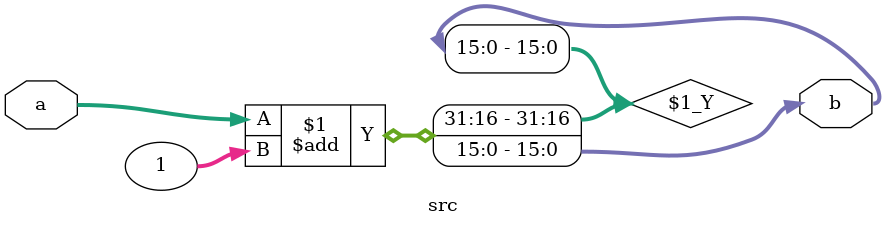
<source format=sv>
/* Pointless module part of the waf test suite */

module src (
    input [15:0 ] a,
    output [15:0]  b
);

assign b = a + 1;


endmodule

 

</source>
